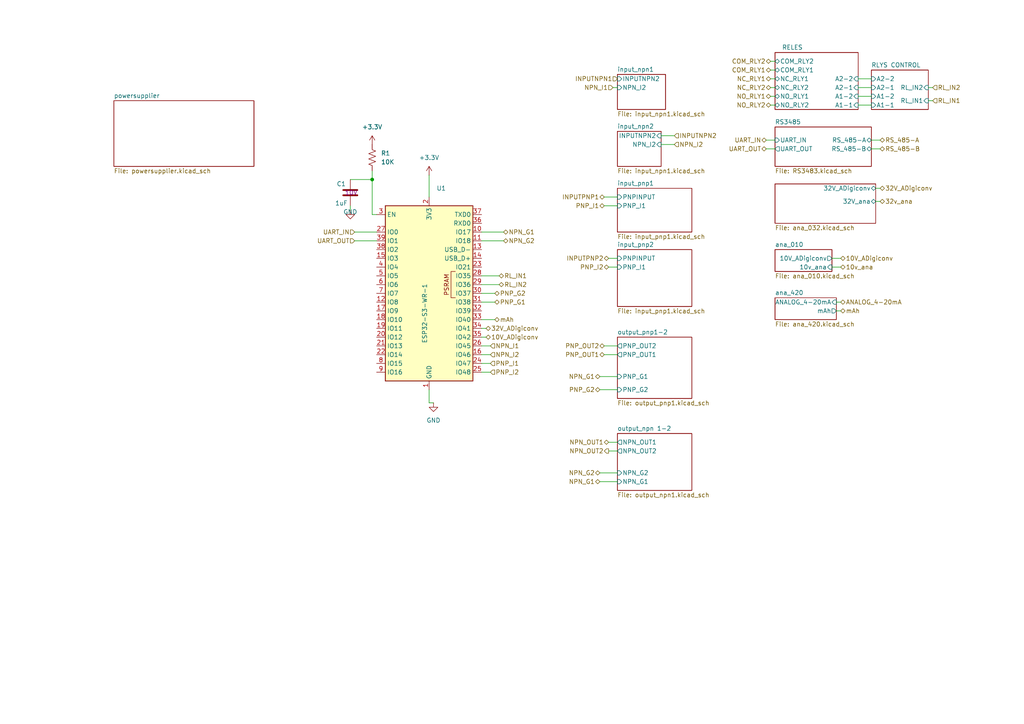
<source format=kicad_sch>
(kicad_sch (version 20250114) (generator "eeschema") (generator_version "9.0")
  (paper "A4")
  (lib_symbols
    (symbol "Device:R_US" (pin_numbers (hide yes)) (pin_names (offset 0))
      (property "Reference" "R" (at 2.54 0 90))
      (property "Value" "R_US" (at -2.54 0 90))
      (symbol "R_US_0_1"
        (polyline (pts (xy 0 2.286) (xy 0 2.54)))
        (polyline (pts (xy 0 2.286) (xy 1.016 1.905) (xy 0 1.524) (xy -1.016 1.143) (xy 0 0.762)))
        (polyline (pts (xy 0 0.762) (xy 1.016 0.381) (xy 0 0) (xy -1.016 -0.381) (xy 0 -0.762)))
        (polyline (pts (xy 0 -0.762) (xy 1.016 -1.143) (xy 0 -1.524) (xy -1.016 -1.905) (xy 0 -2.286)))
        (polyline (pts (xy 0 -2.286) (xy 0 -2.54)))
      )
      (symbol "R_US_1_1"
        (pin passive line (at 0 3.81 270) (length 1.27) (name "~") (number "1"))
        (pin passive line (at 0 -3.81 90) (length 1.27) (name "~") (number "2"))
      )
    )
    (symbol "PCM_Capacitor_AKL:C_0603" (pin_numbers (hide yes)) (pin_names (offset 0.254))
      (property "Reference" "C" (at 0.635 2.54 0))
      (property "Value" "C_0603" (at 0.635 -2.54 0))
      (symbol "C_0603_0_1"
        (polyline (pts (xy -2.032 0.762) (xy 2.032 0.762)) (stroke (width 0.508)))
        (polyline (pts (xy -2.032 -0.762) (xy 2.032 -0.762)) (stroke (width 0.508)))
      )
      (symbol "C_0603_0_2"
        (polyline (pts (xy -2.54 -2.54) (xy -0.381 -0.381)))
        (polyline (pts (xy -0.508 -0.508) (xy -1.651 0.635)) (stroke (width 0.508)))
        (polyline (pts (xy -0.508 -0.508) (xy 0.635 -1.651)) (stroke (width 0.508)))
        (polyline (pts (xy 0.381 0.381) (xy 2.54 2.54)))
        (polyline (pts (xy 0.508 0.508) (xy -0.635 1.651)) (stroke (width 0.508)))
        (polyline (pts (xy 0.508 0.508) (xy 1.651 -0.635)) (stroke (width 0.508)))
      )
      (symbol "C_0603_1_1"
        (pin passive line (at 0 3.81 270) (length 2.794) (name "~") (number "1"))
        (pin passive line (at 0 -3.81 90) (length 2.794) (name "~") (number "2"))
      )
      (symbol "C_0603_1_2"
        (pin passive line (at -2.54 -2.54 90) (length 0) (name "~") (number "2"))
        (pin passive line (at 2.54 2.54 270) (length 0) (name "~") (number "1"))
      )
    )
    (symbol "RF_Module:ESP32-S3-WROOM-1"
      (property "Reference" "U" (at -12.7 26.67 0))
      (property "Value" "ESP32-S3-WROOM-1" (at 12.7 26.67 0))
      (symbol "ESP32-S3-WROOM-1_0_0"
        (rectangle (start -12.7 25.4) (end 12.7 -25.4) (stroke (width 0.254)) (fill (type background)))
        (text "PSRAM" (at 5.08 2.54 900) (effects (font (size 1.27 1.27))))
      )
      (symbol "ESP32-S3-WROOM-1_0_1"
        (polyline (pts (xy 7.62 -1.27) (xy 6.35 -1.27) (xy 6.35 6.35) (xy 7.62 6.35)))
      )
      (symbol "ESP32-S3-WROOM-1_1_1"
        (pin input line (at -15.24 22.86 0) (length 2.54) (name "EN") (number "3"))
        (pin bidirectional line (at -15.24 17.78 0) (length 2.54) (name "IO0") (number "27"))
        (pin bidirectional line (at -15.24 15.24 0) (length 2.54) (name "IO1") (number "39"))
        (pin bidirectional line (at -15.24 12.7 0) (length 2.54) (name "IO2") (number "38"))
        (pin bidirectional line (at -15.24 10.16 0) (length 2.54) (name "IO3") (number "15"))
        (pin bidirectional line (at -15.24 7.62 0) (length 2.54) (name "IO4") (number "4"))
        (pin bidirectional line (at -15.24 5.08 0) (length 2.54) (name "IO5") (number "5"))
        (pin bidirectional line (at -15.24 2.54 0) (length 2.54) (name "IO6") (number "6"))
        (pin bidirectional line (at -15.24 0 0) (length 2.54) (name "IO7") (number "7"))
        (pin bidirectional line (at -15.24 -2.54 0) (length 2.54) (name "IO8") (number "12"))
        (pin bidirectional line (at -15.24 -5.08 0) (length 2.54) (name "IO9") (number "17"))
        (pin bidirectional line (at -15.24 -7.62 0) (length 2.54) (name "IO10") (number "18"))
        (pin bidirectional line (at -15.24 -10.16 0) (length 2.54) (name "IO11") (number "19"))
        (pin bidirectional line (at -15.24 -12.7 0) (length 2.54) (name "IO12") (number "20"))
        (pin bidirectional line (at -15.24 -15.24 0) (length 2.54) (name "IO13") (number "21"))
        (pin bidirectional line (at -15.24 -17.78 0) (length 2.54) (name "IO14") (number "22"))
        (pin bidirectional line (at -15.24 -20.32 0) (length 2.54) (name "IO15") (number "8"))
        (pin bidirectional line (at -15.24 -22.86 0) (length 2.54) (name "IO16") (number "9"))
        (pin power_in line (at 0 27.94 270) (length 2.54) (name "3V3") (number "2"))
        (pin power_in line (at 0 -27.94 90) (length 2.54) (name "GND") (number "1"))
        (pin passive line (at 0 -27.94 90) (length 2.54) (hide yes) (name "GND") (number "40"))
        (pin passive line (at 0 -27.94 90) (length 2.54) (hide yes) (name "GND") (number "41"))
        (pin bidirectional line (at 15.24 22.86 180) (length 2.54) (name "TXD0") (number "37"))
        (pin bidirectional line (at 15.24 20.32 180) (length 2.54) (name "RXD0") (number "36"))
        (pin bidirectional line (at 15.24 17.78 180) (length 2.54) (name "IO17") (number "10"))
        (pin bidirectional line (at 15.24 15.24 180) (length 2.54) (name "IO18") (number "11"))
        (pin bidirectional line (at 15.24 12.7 180) (length 2.54) (name "USB_D-") (number "13"))
        (pin bidirectional line (at 15.24 10.16 180) (length 2.54) (name "USB_D+") (number "14"))
        (pin bidirectional line (at 15.24 7.62 180) (length 2.54) (name "IO21") (number "23"))
        (pin bidirectional line (at 15.24 5.08 180) (length 2.54) (name "IO35") (number "28"))
        (pin bidirectional line (at 15.24 2.54 180) (length 2.54) (name "IO36") (number "29"))
        (pin bidirectional line (at 15.24 0 180) (length 2.54) (name "IO37") (number "30"))
        (pin bidirectional line (at 15.24 -2.54 180) (length 2.54) (name "IO38") (number "31"))
        (pin bidirectional line (at 15.24 -5.08 180) (length 2.54) (name "IO39") (number "32"))
        (pin bidirectional line (at 15.24 -7.62 180) (length 2.54) (name "IO40") (number "33"))
        (pin bidirectional line (at 15.24 -10.16 180) (length 2.54) (name "IO41") (number "34"))
        (pin bidirectional line (at 15.24 -12.7 180) (length 2.54) (name "IO42") (number "35"))
        (pin bidirectional line (at 15.24 -15.24 180) (length 2.54) (name "IO45") (number "26"))
        (pin bidirectional line (at 15.24 -17.78 180) (length 2.54) (name "IO46") (number "16"))
        (pin bidirectional line (at 15.24 -20.32 180) (length 2.54) (name "IO47") (number "24"))
        (pin bidirectional line (at 15.24 -22.86 180) (length 2.54) (name "IO48") (number "25"))
      )
    )
    (symbol "power:+3.3V" (power) (pin_numbers (hide yes)) (pin_names (offset 0) (hide yes))
      (property "Value" "+3.3V" (at 0 3.556 0))
      (symbol "+3.3V_0_1"
        (polyline (pts (xy -0.762 1.27) (xy 0 2.54)))
        (polyline (pts (xy 0 2.54) (xy 0.762 1.27)))
        (polyline (pts (xy 0 0) (xy 0 2.54)))
      )
      (symbol "+3.3V_1_1"
        (pin power_in line (at 0 0 90) (length 0) (name "~") (number "1"))
      )
    )
    (symbol "power:GND" (power) (pin_numbers (hide yes)) (pin_names (offset 0) (hide yes))
      (property "Value" "GND" (at 0 -3.81 0))
      (symbol "GND_0_1"
        (polyline (pts (xy 0 0) (xy 0 -1.27) (xy 1.27 -1.27) (xy 0 -2.54) (xy -1.27 -1.27) (xy 0 -1.27)))
      )
      (symbol "GND_1_1"
        (pin power_in line (at 0 0 270) (length 0) (name "~") (number "1"))
      )
    )
  )
  (junction (at 107.95 52.07))
  (wire (pts (xy 173.99 139.7) (xy 179.07 139.7)))
  (wire (pts (xy 107.95 62.23) (xy 109.22 62.23)))
  (wire (pts (xy 107.95 49.53) (xy 107.95 52.07)))
  (wire (pts (xy 223.52 17.78) (xy 224.79 17.78)))
  (wire (pts (xy 173.99 137.16) (xy 179.07 137.16)))
  (wire (pts (xy 223.52 25.4) (xy 224.79 25.4)))
  (wire (pts (xy 139.7 69.85) (xy 146.05 69.85)))
  (wire (pts (xy 176.53 77.47) (xy 179.07 77.47)))
  (wire (pts (xy 124.46 116.84) (xy 125.73 116.84)))
  (wire (pts (xy 139.7 102.87) (xy 142.24 102.87)))
  (wire (pts (xy 107.95 52.07) (xy 107.95 62.23)))
  (wire (pts (xy 223.52 30.48) (xy 224.79 30.48)))
  (wire (pts (xy 139.7 67.31) (xy 146.05 67.31)))
  (wire (pts (xy 248.92 22.86) (xy 252.73 22.86)))
  (wire (pts (xy 139.7 87.63) (xy 143.51 87.63)))
  (wire (pts (xy 252.73 40.64) (xy 255.27 40.64)))
  (wire (pts (xy 176.53 74.93) (xy 179.07 74.93)))
  (wire (pts (xy 175.26 100.33) (xy 179.07 100.33)))
  (wire (pts (xy 139.7 85.09) (xy 143.51 85.09)))
  (wire (pts (xy 175.26 102.87) (xy 179.07 102.87)))
  (wire (pts (xy 248.92 27.94) (xy 252.73 27.94)))
  (wire (pts (xy 139.7 97.79) (xy 140.97 97.79)))
  (wire (pts (xy 139.7 105.41) (xy 142.24 105.41)))
  (wire (pts (xy 241.3 77.47) (xy 243.84 77.47)))
  (wire (pts (xy 224.79 27.94) (xy 223.52 27.94)))
  (wire (pts (xy 254 54.61) (xy 255.27 54.61)))
  (wire (pts (xy 176.53 130.81) (xy 179.07 130.81)))
  (wire (pts (xy 176.53 128.27) (xy 179.07 128.27)))
  (wire (pts (xy 269.24 29.21) (xy 270.51 29.21)))
  (wire (pts (xy 173.99 113.03) (xy 179.07 113.03)))
  (wire (pts (xy 102.87 67.31) (xy 109.22 67.31)))
  (wire (pts (xy 175.26 57.15) (xy 179.07 57.15)))
  (wire (pts (xy 139.7 82.55) (xy 144.78 82.55)))
  (wire (pts (xy 241.3 74.93) (xy 243.84 74.93)))
  (wire (pts (xy 195.58 39.37) (xy 191.77 39.37)))
  (wire (pts (xy 195.58 41.91) (xy 191.77 41.91)))
  (wire (pts (xy 124.46 113.03) (xy 124.46 116.84)))
  (wire (pts (xy 139.7 92.71) (xy 143.51 92.71)))
  (wire (pts (xy 254 58.42) (xy 255.27 58.42)))
  (wire (pts (xy 139.7 107.95) (xy 142.24 107.95)))
  (wire (pts (xy 139.7 95.25) (xy 140.97 95.25)))
  (wire (pts (xy 222.25 40.64) (xy 224.79 40.64)))
  (wire (pts (xy 269.24 25.4) (xy 270.51 25.4)))
  (wire (pts (xy 248.92 25.4) (xy 252.73 25.4)))
  (wire (pts (xy 252.73 43.18) (xy 255.27 43.18)))
  (wire (pts (xy 139.7 100.33) (xy 142.24 100.33)))
  (wire (pts (xy 173.99 109.22) (xy 179.07 109.22)))
  (wire (pts (xy 102.87 69.85) (xy 109.22 69.85)))
  (wire (pts (xy 177.8 25.4) (xy 179.07 25.4)))
  (wire (pts (xy 242.57 90.17) (xy 243.84 90.17)))
  (wire (pts (xy 101.6 59.69) (xy 101.6 60.96)))
  (wire (pts (xy 223.52 20.32) (xy 224.79 20.32)))
  (wire (pts (xy 222.25 43.18) (xy 224.79 43.18)))
  (wire (pts (xy 101.6 52.07) (xy 107.95 52.07)))
  (wire (pts (xy 175.26 59.69) (xy 179.07 59.69)))
  (wire (pts (xy 139.7 80.01) (xy 144.78 80.01)))
  (wire (pts (xy 124.46 50.8) (xy 124.46 57.15)))
  (wire (pts (xy 242.57 87.63) (xy 243.84 87.63)))
  (wire (pts (xy 248.92 30.48) (xy 252.73 30.48)))
  (wire (pts (xy 223.52 22.86) (xy 224.79 22.86)))
  (hierarchical_label "PNP_G2" (shape bidirectional) (at 143.51 85.09 0))
  (hierarchical_label "PNP_I2" (shape input) (at 142.24 107.95 0))
  (hierarchical_label "PNP_G2" (shape bidirectional) (at 173.99 113.03 180))
  (hierarchical_label "UART_OUT" (shape bidirectional) (at 222.25 43.18 180))
  (hierarchical_label "10V_ADigiconv" (shape bidirectional) (at 243.84 74.93 0))
  (hierarchical_label "32V_ADigiconv" (shape bidirectional) (at 255.27 54.61 0))
  (hierarchical_label "RS_485-B" (shape bidirectional) (at 255.27 43.18 0))
  (hierarchical_label "NO_RLY1" (shape bidirectional) (at 223.52 27.94 180))
  (hierarchical_label "NC_RLY2" (shape bidirectional) (at 223.52 25.4 180))
  (hierarchical_label "INPUTNPN1" (shape input) (at 179.07 22.86 180))
  (hierarchical_label "NPN_I1" (shape input) (at 142.24 100.33 0))
  (hierarchical_label "PNP_G1" (shape bidirectional) (at 143.51 87.63 0))
  (hierarchical_label "PNP_I1" (shape input) (at 142.24 105.41 0))
  (hierarchical_label "PNP_I1" (shape bidirectional) (at 175.26 59.69 180))
  (hierarchical_label "INPUTPNP1" (shape bidirectional) (at 175.26 57.15 180))
  (hierarchical_label "COM_RLY1" (shape bidirectional) (at 223.52 20.32 180))
  (hierarchical_label "10v_ana" (shape bidirectional) (at 243.84 77.47 0))
  (hierarchical_label "NO_RLY2" (shape bidirectional) (at 223.52 30.48 180))
  (hierarchical_label "NPN_OUT2" (shape output) (at 176.53 130.81 180))
  (hierarchical_label "RL_IN1" (shape bidirectional) (at 144.78 80.01 0))
  (hierarchical_label "PNP_I2" (shape bidirectional) (at 176.53 77.47 180))
  (hierarchical_label "NPN_G2" (shape bidirectional) (at 173.99 137.16 180))
  (hierarchical_label "32v_ana" (shape bidirectional) (at 255.27 58.42 0))
  (hierarchical_label "RL_IN2" (shape bidirectional) (at 144.78 82.55 0))
  (hierarchical_label "NPN_G1" (shape bidirectional) (at 173.99 139.7 180))
  (hierarchical_label "COM_RLY2" (shape bidirectional) (at 223.52 17.78 180))
  (hierarchical_label "NPN_G1" (shape bidirectional) (at 146.05 67.31 0))
  (hierarchical_label "ANALOG_4-20mA" (shape bidirectional) (at 243.84 87.63 0))
  (hierarchical_label "NPN_G2" (shape bidirectional) (at 146.05 69.85 0))
  (hierarchical_label "mAh" (shape bidirectional) (at 243.84 90.17 0))
  (hierarchical_label "10V_ADigiconv" (shape bidirectional) (at 140.97 97.79 0))
  (hierarchical_label "NPN_OUT1" (shape bidirectional) (at 176.53 128.27 180))
  (hierarchical_label "NPN_I1" (shape input) (at 177.8 25.4 180))
  (hierarchical_label "PNP_OUT2" (shape bidirectional) (at 175.26 100.33 180))
  (hierarchical_label "NPN_G1" (shape bidirectional) (at 173.99 109.22 180))
  (hierarchical_label "PNP_OUT1" (shape bidirectional) (at 175.26 102.87 180))
  (hierarchical_label "NPN_I2" (shape input) (at 142.24 102.87 0))
  (hierarchical_label "RS_485-A" (shape bidirectional) (at 255.27 40.64 0))
  (hierarchical_label "INPUTPNP2" (shape bidirectional) (at 176.53 74.93 180))
  (hierarchical_label "UART_OUT" (shape input) (at 102.87 69.85 180))
  (hierarchical_label "32V_ADigiconv" (shape bidirectional) (at 140.97 95.25 0))
  (hierarchical_label "mAh" (shape bidirectional) (at 143.51 92.71 0))
  (hierarchical_label "NPN_I2" (shape input) (at 195.58 41.91 0))
  (hierarchical_label "UART_IN" (shape input) (at 102.87 67.31 180))
  (hierarchical_label "INPUTNPN2" (shape input) (at 195.58 39.37 0))
  (hierarchical_label "NC_RLY1" (shape bidirectional) (at 223.52 22.86 180))
  (hierarchical_label "RL_IN1" (shape input) (at 270.51 29.21 0))
  (hierarchical_label "RL_IN2" (shape input) (at 270.51 25.4 0))
  (hierarchical_label "UART_IN" (shape bidirectional) (at 222.25 40.64 180))
  (symbol (lib_id "power:+3.3V") (at 107.95 41.91 0) (unit 1)
    (property "Reference" "#PWR09" (effects (hide yes)))
    (property "Value" "+3.3V" (at 107.95 36.83 0))
    (property "Description" "Power symbol creates a global label with name \"+3.3V\"" (effects (hide yes)))
  )
  (symbol (lib_id "PCM_Capacitor_AKL:C_0603") (at 101.6 55.88 0) (mirror y) (unit 1)
    (property "Reference" "C1" (at 100.33 53.34 0) (effects (justify left)))
    (property "Value" "1uF" (at 100.838 58.928 0) (effects (justify left)))
    (property "Footprint" "PCM_Capacitor_SMD_AKL:C_0603_1608Metric" (effects (hide yes)))
    (property "Description" "SMD 0603 MLCC capacitor, Alternate KiCad Library" (effects (hide yes)))
    (property "VOL" "10V" (at 101.854 55.88 0))
  )
  (symbol (lib_id "power:GND") (at 125.73 116.84 0) (unit 1)
    (property "Reference" "#PWR08" (effects (hide yes)))
    (property "Value" "GND" (at 125.73 121.92 0))
    (property "Description" "Power symbol creates a global label with name \"GND\" , ground" (effects (hide yes)))
  )
  (symbol (lib_id "Device:R_US") (at 107.95 45.72 0) (unit 1)
    (property "Reference" "R1" (at 110.49 44.4499 0) (effects (justify left)))
    (property "Value" "10K" (at 110.49 46.9899 0) (effects (justify left)))
    (property "Footprint" "PCM_4ms_Resistor:R_0603" (effects (hide yes)))
    (property "Description" "Resistor, US symbol" (effects (hide yes)))
  )
  (symbol (lib_id "power:GND") (at 101.6 60.96 0) (mirror y) (unit 1)
    (property "Reference" "#PWR010" (effects (hide yes)))
    (property "Value" "GND" (at 101.6 61.468 0))
    (property "Description" "Power symbol creates a global label with name \"GND\" , ground" (effects (hide yes)))
  )
  (symbol (lib_id "RF_Module:ESP32-S3-WROOM-1") (at 124.46 85.09 0) (unit 1)
    (property "Reference" "U1" (at 126.6033 54.61 0) (effects (justify left)))
    (property "Value" "ESP32-S3-WR-1" (at 123.19 99.568 90) (effects (justify left)))
    (property "Footprint" "RF_Module:ESP32-S3-WROOM-1" (effects (hide yes)))
    (property "Datasheet" "https://www.espressif.com/sites/default/files/documentation/esp32-s3-wroom-1_wroom-1u_datasheet_en.pdf" (effects (hide yes)))
    (property "Description" "RF Module, ESP32-S3 SoC, Wi-Fi 802.11b/g/n, Bluetooth, BLE, 32-bit, 3.3V, onboard antenna, SMD" (effects (hide yes)))
  )
  (symbol (lib_id "power:+3.3V") (at 124.46 50.8 0) (unit 1)
    (property "Reference" "#PWR07" (effects (hide yes)))
    (property "Value" "+3.3V" (at 124.46 45.72 0))
    (property "Description" "Power symbol creates a global label with name \"+3.3V\"" (effects (hide yes)))
  )
  (sheet (at 33.02 29.21) (size 40.64 19.05) (stroke (width 0.1524))
    (property "Sheetname" "powersupplier" (at 33.02 28.4984 0) (effects (justify left bottom)))
    (property "Sheetfile" "powersupplier.kicad_sch" (at 33.02 48.8446 0) (effects (justify left top)))
  )
  (sheet (at 179.07 38.1) (size 12.7 10.16) (stroke (width 0.1524))
    (property "Sheetname" "input_npn2" (at 179.07 37.3884 0) (effects (justify left bottom)))
    (property "Sheetfile" "input_npn1.kicad_sch" (at 179.07 48.8446 0) (effects (justify left top)))
    (pin "INPUTNPN2" input (at 191.77 39.37 0))
    (pin "NPN_I2" input (at 191.77 41.91 0))
  )
  (sheet (at 224.79 53.34) (size 29.21 11.43) (stroke (width 0.1524))
    (property "Sheetname" "ana_032" (effects (hide yes)))
    (property "Sheetfile" "ana_032.kicad_sch" (at 224.79 65.3546 0) (effects (justify left top)))
    (pin "32V_ADigiconv" bidirectional (at 254 54.61 0))
    (pin "32V_ana" bidirectional (at 254 58.42 0))
  )
  (sheet (at 252.73 20.32) (size 16.51 11.43) (stroke (width 0.1524))
    (property "Sheetname" "RLYS CONTROL" (at 252.73 19.6084 0) (effects (justify left bottom)))
    (property "Sheetfile" "RLYS.kicad_sch" (effects (hide yes)))
    (pin "A1-1" input (at 252.73 30.48 180))
    (pin "A1-2" input (at 252.73 27.94 180))
    (pin "A2-1" input (at 252.73 25.4 180))
    (pin "A2-2" input (at 252.73 22.86 180))
    (pin "RL_IN1" input (at 269.24 29.21 0))
    (pin "RL_IN2" input (at 269.24 25.4 0))
  )
  (sheet (at 179.07 125.73) (size 21.59 16.51) (stroke (width 0.1524))
    (property "Sheetname" "output_npn 1-2" (at 179.07 125.0184 0) (effects (justify left bottom)))
    (property "Sheetfile" "output_npn1.kicad_sch" (at 179.07 142.8246 0) (effects (justify left top)))
    (pin "NPN_G1" input (at 179.07 139.7 180))
    (pin "NPN_OUT1" output (at 179.07 128.27 180))
    (pin "NPN_OUT2" output (at 179.07 130.81 180))
    (pin "NPN_G2" input (at 179.07 137.16 180))
  )
  (sheet (at 224.79 36.83) (size 27.94 11.43) (stroke (width 0.1524))
    (property "Sheetname" "RS3485" (at 224.79 36.1184 0) (effects (justify left bottom)))
    (property "Sheetfile" "RS3483.kicad_sch" (at 224.79 48.8446 0) (effects (justify left top)))
    (pin "RS_485-A" bidirectional (at 252.73 40.64 0))
    (pin "RS_485-B" bidirectional (at 252.73 43.18 0))
    (pin "UART_IN" input (at 224.79 40.64 180))
    (pin "UART_OUT" output (at 224.79 43.18 180))
  )
  (sheet (at 179.07 72.39) (size 21.59 16.51) (stroke (width 0.1524))
    (property "Sheetname" "input_pnp2" (at 179.07 71.6784 0) (effects (justify left bottom)))
    (property "Sheetfile" "input_pnp1.kicad_sch" (at 179.07 89.4846 0) (effects (justify left top)))
    (pin "PNPINPUT" input (at 179.07 74.93 180))
    (pin "PNP_I1" input (at 179.07 77.47 180))
  )
  (sheet (at 179.07 97.79) (size 21.59 17.78) (stroke (width 0.1524))
    (property "Sheetname" "output_pnp1-2" (at 179.07 97.0784 0) (effects (justify left bottom)))
    (property "Sheetfile" "output_pnp1.kicad_sch" (at 179.07 116.1546 0) (effects (justify left top)))
    (pin "PNP_G1" input (at 179.07 109.22 180))
    (pin "PNP_G2" input (at 179.07 113.03 180))
    (pin "PNP_OUT1" output (at 179.07 102.87 180))
    (pin "PNP_OUT2" output (at 179.07 100.33 180))
  )
  (sheet (at 224.79 86.36) (size 17.78 6.35) (stroke (width 0.1524))
    (property "Sheetname" "ana_420" (at 224.79 85.6484 0) (effects (justify left bottom)))
    (property "Sheetfile" "ana_420.kicad_sch" (at 224.79 93.2946 0) (effects (justify left top)))
    (pin "ANALOG_4-20mA" input (at 242.57 87.63 0))
    (pin "mAh" output (at 242.57 90.17 0))
  )
  (sheet (at 224.79 72.39) (size 16.51 6.35) (stroke (width 0.1524))
    (property "Sheetname" "ana_010" (at 224.79 71.6784 0) (effects (justify left bottom)))
    (property "Sheetfile" "ana_010.kicad_sch" (at 224.79 79.3246 0) (effects (justify left top)))
    (pin "10V_ADigiconv" output (at 241.3 74.93 0))
    (pin "10v_ana" input (at 241.3 77.47 0))
  )
  (sheet (at 179.07 54.61) (size 21.59 12.7) (stroke (width 0.1524))
    (property "Sheetname" "input_pnp1" (at 179.07 53.8984 0) (effects (justify left bottom)))
    (property "Sheetfile" "input_pnp1.kicad_sch" (at 179.07 67.8946 0) (effects (justify left top)))
    (pin "PNPINPUT" input (at 179.07 57.15 180))
    (pin "PNP_I1" input (at 179.07 59.69 180))
  )
  (sheet (at 179.07 21.59) (size 13.97 10.16) (stroke (width 0.1524))
    (property "Sheetname" "input_npn1" (at 179.07 20.8784 0) (effects (justify left bottom)))
    (property "Sheetfile" "input_npn1.kicad_sch" (at 179.07 32.3346 0) (effects (justify left top)))
    (pin "INPUTNPN2" input (at 179.07 22.86 180))
    (pin "NPN_I2" input (at 179.07 25.4 180))
  )
  (sheet (at 224.79 15.24) (size 24.13 16.51) (stroke (width 0.1524))
    (property "Sheetname" "RELES" (at 226.822 14.478 0) (effects (justify left bottom)))
    (property "Sheetfile" "RELES.kicad_sch" (effects (hide yes)))
    (pin "A1-1" input (at 248.92 30.48 0))
    (pin "A1-2" input (at 248.92 27.94 0))
    (pin "A2-1" input (at 248.92 25.4 0))
    (pin "A2-2" input (at 248.92 22.86 0))
    (pin "COM_RLY1" bidirectional (at 224.79 20.32 180))
    (pin "COM_RLY2" bidirectional (at 224.79 17.78 180))
    (pin "NC_RLY1" bidirectional (at 224.79 22.86 180))
    (pin "NC_RLY2" bidirectional (at 224.79 25.4 180))
    (pin "NO_RLY1" bidirectional (at 224.79 27.94 180))
    (pin "NO_RLY2" bidirectional (at 224.79 30.48 180))
  )
)
</source>
